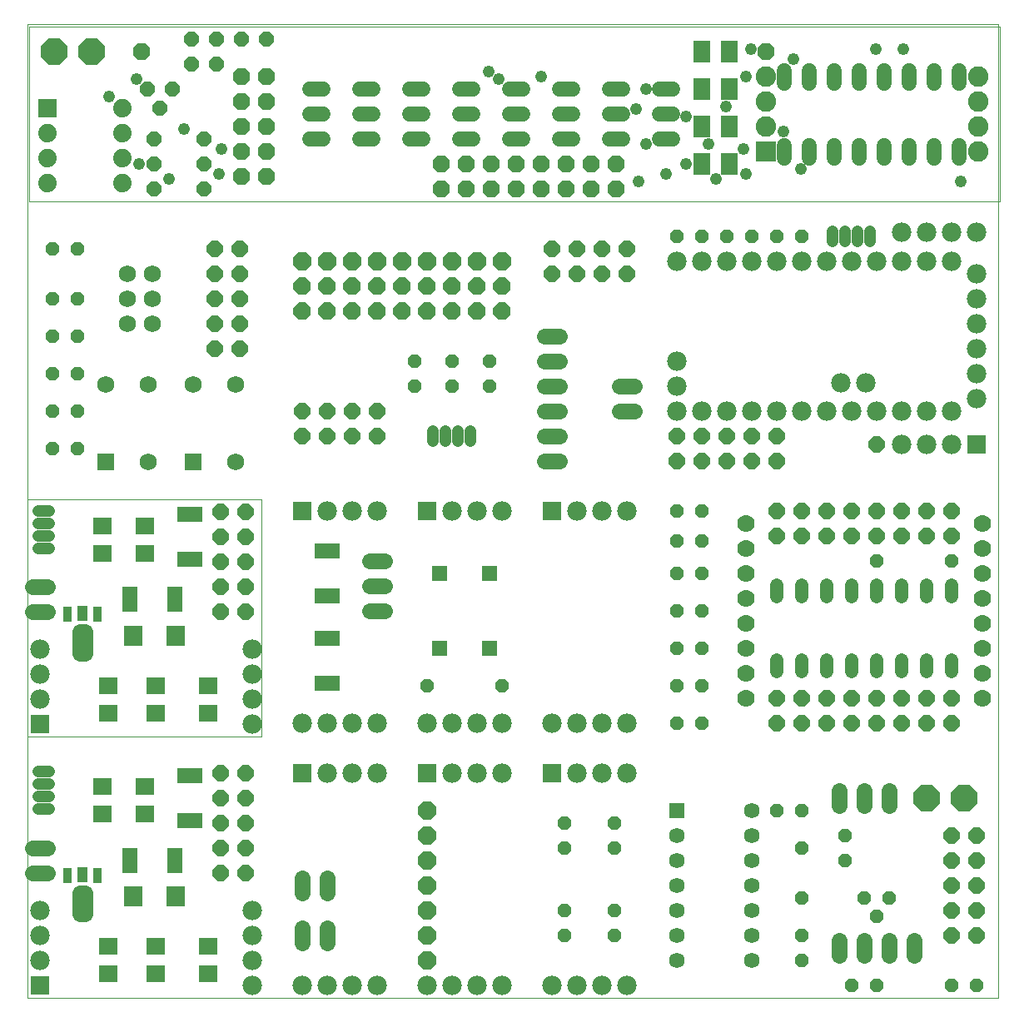
<source format=gbs>
G04 This is an RS-274x file exported by *
G04 gerbv version 2.6.1 *
G04 More information is available about gerbv at *
G04 http://gerbv.geda-project.org/ *
G04 --End of header info--*
%MOIN*%
%FSLAX34Y34*%
%IPPOS*%
G04 --Define apertures--*
%ADD10C,0.0000*%
%ADD11R,0.0749X0.0670*%
%ADD12R,0.0740X0.0840*%
%ADD13R,0.0355X0.0591*%
%ADD14C,0.0630*%
%ADD15R,0.0394X0.0630*%
%AMMACRO16*
5,1,8,0.000000,0.000000,0.069273,22.500000*
%
%ADD16MACRO16*%
%ADD17C,0.0640*%
%ADD18R,0.0690X0.0690*%
%ADD19C,0.0690*%
%AMMACRO20*
5,1,8,0.000000,0.000000,0.056284,22.500000*
%
%ADD20MACRO20*%
%ADD21R,0.0625X0.0625*%
%ADD22C,0.0625*%
%AMMACRO23*
5,1,8,0.000000,0.000000,0.112569,22.500000*
%
%ADD23MACRO23*%
%ADD24C,0.0780*%
%ADD25C,0.0680*%
%AMMACRO26*
5,1,8,0.000000,0.000000,0.080097,22.500000*
%
%ADD26MACRO26*%
%AMMACRO27*
5,1,8,0.000000,0.000000,0.075767,22.500000*
%
%ADD27MACRO27*%
%ADD28C,0.0453*%
%ADD29C,0.0700*%
%ADD30C,0.0520*%
%ADD31R,0.0780X0.0780*%
%ADD32R,0.0631X0.0631*%
%ADD33R,0.0985X0.0631*%
%ADD34R,0.0631X0.0985*%
%AMMACRO35*
5,1,8,0.000000,0.000000,0.069273,22.500000*
%
%ADD35MACRO35*%
%ADD36R,0.0740X0.0740*%
%ADD37C,0.0740*%
%AMMACRO38*
5,1,8,0.000000,0.000000,0.064943,22.500000*
%
%ADD38MACRO38*%
%AMMACRO39*
5,1,8,0.000000,0.000000,0.116898,22.500000*
%
%ADD39MACRO39*%
%AMMACRO40*
5,1,8,0.000000,0.000000,0.073603,22.500000*
%
%ADD40MACRO40*%
%ADD41C,0.0820*%
%ADD42R,0.0820X0.0820*%
%ADD43C,0.0600*%
%ADD44R,0.0710X0.0867*%
%ADD45C,0.0480*%
G04 --Start main section--*
G54D10*
G01X0000535Y0000450D02*
G01X0000535Y0039446D01*
G01X0000535Y0039446D02*
G01X0039405Y0039446D01*
G01X0039405Y0039446D02*
G01X0039405Y0000450D01*
G01X0039405Y0000450D02*
G01X0000535Y0000450D01*
G54D11*
G01X0003785Y0001399D03*
G01X0003785Y0002501D03*
G01X0005685Y0002501D03*
G01X0005685Y0001399D03*
G01X0007785Y0001399D03*
G01X0007785Y0002501D03*
G01X0005235Y0007799D03*
G01X0005235Y0008901D03*
G01X0003535Y0008901D03*
G01X0003535Y0007799D03*
G54D12*
G01X0004785Y0004500D03*
G01X0006485Y0004500D03*
G54D13*
G01X0003335Y0005350D03*
G01X0002135Y0005350D03*
G54D14*
G01X0002630Y0003807D02*
G01X0002840Y0003807D01*
G01X0002630Y0003807D02*
G01X0002630Y0004653D01*
G01X0002630Y0004653D02*
G01X0002840Y0004653D01*
G01X0002840Y0004653D02*
G01X0002840Y0003807D01*
G01X0002840Y0004436D02*
G01X0002630Y0004436D01*
G54D15*
G01X0002735Y0005380D03*
G54D16*
G01X0008285Y0005450D03*
G01X0008285Y0006450D03*
G01X0008285Y0007450D03*
G01X0008285Y0008450D03*
G01X0008285Y0009450D03*
G01X0009285Y0009450D03*
G01X0009285Y0008450D03*
G01X0009285Y0007450D03*
G01X0009285Y0006450D03*
G01X0009285Y0005450D03*
G01X0026535Y0021950D03*
G01X0027535Y0021950D03*
G01X0027535Y0022950D03*
G01X0026535Y0022950D03*
G01X0028535Y0022950D03*
G01X0029535Y0022950D03*
G01X0029535Y0021950D03*
G01X0028535Y0021950D03*
G01X0030535Y0021950D03*
G01X0030535Y0022950D03*
G01X0030535Y0019950D03*
G01X0031535Y0019950D03*
G01X0031535Y0018950D03*
G01X0030535Y0018950D03*
G01X0032535Y0018950D03*
G01X0033535Y0018950D03*
G01X0033535Y0019950D03*
G01X0032535Y0019950D03*
G01X0034535Y0019950D03*
G01X0035535Y0019950D03*
G01X0035535Y0018950D03*
G01X0034535Y0018950D03*
G01X0036535Y0018950D03*
G01X0037535Y0018950D03*
G01X0037535Y0019950D03*
G01X0036535Y0019950D03*
G01X0034535Y0022600D03*
G01X0024535Y0029450D03*
G01X0024535Y0030450D03*
G01X0023535Y0030450D03*
G01X0022535Y0030450D03*
G01X0022535Y0029450D03*
G01X0023535Y0029450D03*
G01X0021535Y0029450D03*
G01X0021535Y0030450D03*
G01X0014535Y0023950D03*
G01X0014535Y0022950D03*
G01X0013535Y0022950D03*
G01X0012535Y0022950D03*
G01X0012535Y0023950D03*
G01X0013535Y0023950D03*
G01X0011535Y0023950D03*
G01X0011535Y0022950D03*
G01X0009035Y0026450D03*
G01X0008035Y0026450D03*
G01X0008035Y0027450D03*
G01X0008035Y0028450D03*
G01X0009035Y0028450D03*
G01X0009035Y0027450D03*
G01X0009035Y0029450D03*
G01X0008035Y0029450D03*
G01X0008035Y0030450D03*
G01X0009035Y0030450D03*
G01X0030535Y0012450D03*
G01X0031535Y0012450D03*
G01X0031535Y0011450D03*
G01X0030535Y0011450D03*
G01X0032535Y0011450D03*
G01X0033535Y0011450D03*
G01X0033535Y0012450D03*
G01X0032535Y0012450D03*
G01X0034535Y0012450D03*
G01X0035535Y0012450D03*
G01X0035535Y0011450D03*
G01X0034535Y0011450D03*
G01X0036535Y0011450D03*
G01X0037535Y0011450D03*
G01X0037535Y0012450D03*
G01X0036535Y0012450D03*
G01X0037535Y0006950D03*
G01X0037535Y0005950D03*
G01X0037535Y0004950D03*
G01X0037535Y0003950D03*
G01X0037535Y0002950D03*
G01X0038535Y0002950D03*
G01X0038535Y0003950D03*
G01X0038535Y0004950D03*
G01X0038535Y0005950D03*
G01X0038535Y0006950D03*
G54D17*
G01X0035035Y0008150D02*
G01X0035035Y0008750D01*
G01X0034035Y0008750D02*
G01X0034035Y0008150D01*
G01X0033035Y0008150D02*
G01X0033035Y0008750D01*
G01X0033035Y0002750D02*
G01X0033035Y0002150D01*
G01X0034035Y0002150D02*
G01X0034035Y0002750D01*
G01X0035035Y0002750D02*
G01X0035035Y0002150D01*
G01X0036035Y0002150D02*
G01X0036035Y0002750D01*
G01X0021835Y0021950D02*
G01X0021235Y0021950D01*
G01X0021235Y0022950D02*
G01X0021835Y0022950D01*
G01X0021835Y0023950D02*
G01X0021235Y0023950D01*
G01X0021235Y0024950D02*
G01X0021835Y0024950D01*
G01X0021835Y0025950D02*
G01X0021235Y0025950D01*
G01X0021235Y0026950D02*
G01X0021835Y0026950D01*
G01X0024235Y0024950D02*
G01X0024835Y0024950D01*
G01X0024835Y0023950D02*
G01X0024235Y0023950D01*
G01X0014835Y0017950D02*
G01X0014235Y0017950D01*
G01X0014235Y0016950D02*
G01X0014835Y0016950D01*
G01X0014835Y0015950D02*
G01X0014235Y0015950D01*
G01X0012535Y0005250D02*
G01X0012535Y0004650D01*
G01X0011535Y0004650D02*
G01X0011535Y0005250D01*
G01X0011535Y0003250D02*
G01X0011535Y0002650D01*
G01X0012535Y0002650D02*
G01X0012535Y0003250D01*
G01X0001335Y0005450D02*
G01X0000735Y0005450D01*
G01X0000735Y0006450D02*
G01X0001335Y0006450D01*
G54D18*
G01X0003685Y0021900D03*
G01X0007185Y0021900D03*
G54D19*
G01X0005385Y0021900D03*
G01X0005385Y0025000D03*
G01X0003685Y0025000D03*
G01X0007185Y0025000D03*
G01X0008885Y0025000D03*
G01X0008885Y0021900D03*
G54D20*
G01X0002535Y0022450D03*
G01X0001535Y0022450D03*
G01X0001535Y0023950D03*
G01X0002535Y0023950D03*
G01X0002535Y0025450D03*
G01X0001535Y0025450D03*
G01X0001535Y0026950D03*
G01X0002535Y0026950D03*
G01X0002535Y0028450D03*
G01X0001535Y0028450D03*
G01X0001535Y0030450D03*
G01X0002535Y0030450D03*
G01X0016035Y0025950D03*
G01X0016035Y0024950D03*
G01X0017535Y0024950D03*
G01X0017535Y0025950D03*
G01X0019035Y0025950D03*
G01X0019035Y0024950D03*
G01X0026535Y0019950D03*
G01X0027535Y0019950D03*
G01X0027535Y0018750D03*
G01X0026535Y0018750D03*
G01X0026535Y0017450D03*
G01X0027535Y0017450D03*
G01X0027535Y0015950D03*
G01X0026535Y0015950D03*
G01X0026535Y0014450D03*
G01X0027535Y0014450D03*
G01X0027535Y0012950D03*
G01X0026535Y0012950D03*
G01X0026535Y0011450D03*
G01X0027535Y0011450D03*
G01X0030535Y0007950D03*
G01X0031535Y0007950D03*
G01X0031535Y0006450D03*
G01X0033285Y0005950D03*
G01X0033285Y0006950D03*
G01X0034035Y0004450D03*
G01X0034535Y0003700D03*
G01X0035035Y0004450D03*
G01X0031535Y0004450D03*
G01X0031535Y0002950D03*
G01X0031535Y0001950D03*
G01X0033535Y0000950D03*
G01X0034535Y0000950D03*
G01X0037535Y0000950D03*
G01X0038535Y0000950D03*
G01X0024035Y0002950D03*
G01X0024035Y0003950D03*
G01X0022035Y0003950D03*
G01X0022035Y0002950D03*
G01X0022035Y0006450D03*
G01X0022035Y0007450D03*
G01X0024035Y0007450D03*
G01X0024035Y0006450D03*
G01X0019535Y0012950D03*
G01X0016535Y0012950D03*
G01X0034535Y0017950D03*
G01X0037535Y0017950D03*
G01X0031535Y0030950D03*
G01X0030535Y0030950D03*
G01X0029535Y0030950D03*
G01X0028535Y0030950D03*
G01X0027535Y0030950D03*
G01X0026535Y0030950D03*
G54D21*
G01X0026535Y0007950D03*
G54D22*
G01X0026535Y0006950D03*
G01X0026535Y0005950D03*
G01X0026535Y0004950D03*
G01X0026535Y0003950D03*
G01X0026535Y0002950D03*
G01X0026535Y0001950D03*
G01X0029535Y0001950D03*
G01X0029535Y0002950D03*
G01X0029535Y0003950D03*
G01X0029535Y0004950D03*
G01X0029535Y0005950D03*
G01X0029535Y0006950D03*
G01X0029535Y0007950D03*
G54D23*
G01X0036535Y0008450D03*
G01X0038035Y0008450D03*
G54D24*
G01X0024535Y0009450D03*
G01X0023535Y0009450D03*
G01X0022535Y0009450D03*
G01X0022535Y0011450D03*
G01X0023535Y0011450D03*
G01X0024535Y0011450D03*
G01X0021535Y0011450D03*
G01X0019535Y0011450D03*
G01X0018535Y0011450D03*
G01X0017535Y0011450D03*
G01X0016535Y0011450D03*
G01X0014535Y0011450D03*
G01X0013535Y0011450D03*
G01X0012535Y0011450D03*
G01X0011535Y0011450D03*
G01X0012535Y0009450D03*
G01X0013535Y0009450D03*
G01X0014535Y0009450D03*
G01X0017535Y0009450D03*
G01X0018535Y0009450D03*
G01X0019535Y0009450D03*
G01X0019535Y0000950D03*
G01X0018535Y0000950D03*
G01X0017535Y0000950D03*
G01X0016535Y0000950D03*
G01X0014535Y0000950D03*
G01X0013535Y0000950D03*
G01X0012535Y0000950D03*
G01X0011535Y0000950D03*
G01X0009535Y0000950D03*
G01X0009535Y0001950D03*
G01X0009535Y0002950D03*
G01X0009535Y0003950D03*
G01X0001035Y0003950D03*
G01X0001035Y0002950D03*
G01X0001035Y0001950D03*
G01X0012535Y0019950D03*
G01X0013535Y0019950D03*
G01X0014535Y0019950D03*
G01X0017535Y0019950D03*
G01X0018535Y0019950D03*
G01X0019535Y0019950D03*
G01X0022535Y0019950D03*
G01X0023535Y0019950D03*
G01X0024535Y0019950D03*
G01X0026535Y0023950D03*
G01X0027535Y0023950D03*
G01X0028535Y0023950D03*
G01X0029535Y0023950D03*
G01X0030535Y0023950D03*
G01X0031535Y0023950D03*
G01X0032535Y0023950D03*
G01X0033535Y0023950D03*
G01X0034535Y0023950D03*
G01X0035535Y0023950D03*
G01X0036535Y0023950D03*
G01X0037535Y0023950D03*
G01X0038535Y0024450D03*
G01X0038535Y0025450D03*
G01X0038535Y0026450D03*
G01X0038535Y0027450D03*
G01X0038535Y0028450D03*
G01X0038535Y0029450D03*
G01X0037535Y0029950D03*
G01X0036535Y0029950D03*
G01X0035535Y0029950D03*
G01X0034535Y0029950D03*
G01X0033535Y0029950D03*
G01X0032535Y0029950D03*
G01X0031535Y0029950D03*
G01X0030535Y0029950D03*
G01X0029535Y0029950D03*
G01X0028535Y0029950D03*
G01X0027535Y0029950D03*
G01X0026535Y0029950D03*
G01X0026535Y0025950D03*
G01X0026535Y0024950D03*
G01X0033098Y0025075D03*
G01X0034098Y0025075D03*
G01X0035535Y0022600D03*
G01X0036535Y0022600D03*
G01X0037535Y0022600D03*
G01X0037535Y0031100D03*
G01X0036535Y0031100D03*
G01X0035535Y0031100D03*
G01X0038535Y0031100D03*
G01X0024535Y0000950D03*
G01X0023535Y0000950D03*
G01X0022535Y0000950D03*
G01X0021535Y0000950D03*
G54D25*
G01X0005535Y0027450D03*
G01X0004535Y0027450D03*
G01X0004535Y0028450D03*
G01X0005535Y0028450D03*
G01X0005535Y0029450D03*
G01X0004535Y0029450D03*
G54D26*
G01X0011535Y0029950D03*
G01X0012535Y0029950D03*
G01X0013535Y0029950D03*
G01X0014535Y0029950D03*
G01X0015535Y0029950D03*
G01X0016535Y0029950D03*
G01X0017535Y0029950D03*
G01X0018535Y0029950D03*
G01X0019535Y0029950D03*
G01X0016535Y0007950D03*
G01X0016535Y0006950D03*
G01X0016535Y0005950D03*
G01X0016535Y0004950D03*
G01X0016535Y0003950D03*
G01X0016535Y0002950D03*
G01X0016535Y0001950D03*
G01X0016535Y0000950D03*
G54D27*
G01X0016535Y0027950D03*
G01X0017535Y0027950D03*
G01X0017535Y0028950D03*
G01X0016535Y0028950D03*
G01X0015535Y0028950D03*
G01X0014535Y0028950D03*
G01X0013535Y0028950D03*
G01X0012535Y0028950D03*
G01X0011535Y0028950D03*
G01X0011535Y0027950D03*
G01X0012535Y0027950D03*
G01X0013535Y0027950D03*
G01X0014535Y0027950D03*
G01X0015535Y0027950D03*
G01X0018535Y0027950D03*
G01X0019535Y0027950D03*
G01X0019535Y0028950D03*
G01X0018535Y0028950D03*
G54D28*
G01X0018285Y0023157D02*
G01X0018285Y0022743D01*
G01X0017785Y0022743D02*
G01X0017785Y0023157D01*
G01X0017285Y0023157D02*
G01X0017285Y0022743D01*
G01X0016785Y0022743D02*
G01X0016785Y0023157D01*
G01X0001392Y0009500D02*
G01X0000978Y0009500D01*
G01X0000978Y0009000D02*
G01X0001392Y0009000D01*
G01X0001392Y0008500D02*
G01X0000978Y0008500D01*
G01X0000978Y0008000D02*
G01X0001392Y0008000D01*
G01X0032785Y0030743D02*
G01X0032785Y0031157D01*
G01X0033285Y0031157D02*
G01X0033285Y0030743D01*
G01X0033785Y0030743D02*
G01X0033785Y0031157D01*
G01X0034285Y0031157D02*
G01X0034285Y0030743D01*
G54D29*
G01X0038759Y0019450D03*
G01X0038759Y0018450D03*
G01X0038759Y0017450D03*
G01X0038759Y0016450D03*
G01X0038759Y0015450D03*
G01X0038759Y0014450D03*
G01X0038759Y0013450D03*
G01X0038759Y0012450D03*
G01X0029311Y0012450D03*
G01X0029311Y0013450D03*
G01X0029311Y0014450D03*
G01X0029311Y0015450D03*
G01X0029311Y0016450D03*
G01X0029311Y0017450D03*
G01X0029311Y0018450D03*
G01X0029311Y0019450D03*
G54D30*
G01X0030535Y0016990D02*
G01X0030535Y0016510D01*
G01X0031535Y0016510D02*
G01X0031535Y0016990D01*
G01X0032535Y0016990D02*
G01X0032535Y0016510D01*
G01X0033535Y0016510D02*
G01X0033535Y0016990D01*
G01X0034535Y0016990D02*
G01X0034535Y0016510D01*
G01X0035535Y0016510D02*
G01X0035535Y0016990D01*
G01X0036535Y0016990D02*
G01X0036535Y0016510D01*
G01X0037535Y0016510D02*
G01X0037535Y0016990D01*
G01X0037535Y0013990D02*
G01X0037535Y0013510D01*
G01X0036535Y0013510D02*
G01X0036535Y0013990D01*
G01X0035535Y0013990D02*
G01X0035535Y0013510D01*
G01X0034535Y0013510D02*
G01X0034535Y0013990D01*
G01X0033535Y0013990D02*
G01X0033535Y0013510D01*
G01X0032535Y0013510D02*
G01X0032535Y0013990D01*
G01X0031535Y0013990D02*
G01X0031535Y0013510D01*
G01X0030535Y0013510D02*
G01X0030535Y0013990D01*
G54D31*
G01X0038535Y0022600D03*
G01X0021535Y0019950D03*
G01X0016535Y0019950D03*
G01X0011535Y0019950D03*
G01X0011535Y0009450D03*
G01X0016535Y0009450D03*
G01X0021535Y0009450D03*
G01X0001035Y0000950D03*
G54D32*
G01X0017035Y0014450D03*
G01X0019035Y0014450D03*
G01X0019035Y0017450D03*
G01X0017035Y0017450D03*
G54D33*
G01X0012535Y0016544D03*
G01X0012535Y0014856D03*
G01X0012535Y0013044D03*
G01X0012535Y0018356D03*
G01X0007035Y0009356D03*
G01X0007035Y0007544D03*
G54D34*
G01X0006441Y0005950D03*
G01X0004630Y0005950D03*
G01X0000000Y0010600D02*
G54D10*
G01X0000535Y0010900D02*
G01X0000535Y0020396D01*
G01X0000535Y0020396D02*
G01X0009905Y0020396D01*
G01X0009905Y0020396D02*
G01X0009905Y0010900D01*
G01X0009905Y0010900D02*
G01X0000535Y0010900D01*
G54D11*
G01X0003785Y0011849D03*
G01X0003785Y0012951D03*
G01X0005685Y0012951D03*
G01X0005685Y0011849D03*
G01X0007785Y0011849D03*
G01X0007785Y0012951D03*
G01X0005235Y0018249D03*
G01X0005235Y0019351D03*
G01X0003535Y0019351D03*
G01X0003535Y0018249D03*
G54D12*
G01X0004785Y0014950D03*
G01X0006485Y0014950D03*
G54D13*
G01X0003335Y0015800D03*
G01X0002135Y0015800D03*
G54D14*
G01X0002630Y0014257D02*
G01X0002840Y0014257D01*
G01X0002630Y0014257D02*
G01X0002630Y0015103D01*
G01X0002630Y0015103D02*
G01X0002840Y0015103D01*
G01X0002840Y0015103D02*
G01X0002840Y0014257D01*
G01X0002840Y0014886D02*
G01X0002630Y0014886D01*
G54D15*
G01X0002735Y0015830D03*
G54D35*
G01X0008285Y0015900D03*
G01X0009285Y0015900D03*
G01X0009285Y0016900D03*
G01X0008285Y0016900D03*
G01X0008285Y0017900D03*
G01X0009285Y0017900D03*
G01X0009285Y0018900D03*
G01X0008285Y0018900D03*
G01X0008285Y0019900D03*
G01X0009285Y0019900D03*
G54D17*
G01X0001335Y0016900D02*
G01X0000735Y0016900D01*
G01X0000735Y0015900D02*
G01X0001335Y0015900D01*
G54D28*
G01X0001392Y0018450D02*
G01X0000978Y0018450D01*
G01X0000978Y0018950D02*
G01X0001392Y0018950D01*
G01X0001392Y0019450D02*
G01X0000978Y0019450D01*
G01X0000978Y0019950D02*
G01X0001392Y0019950D01*
G54D24*
G01X0001035Y0014400D03*
G01X0001035Y0013400D03*
G01X0001035Y0012400D03*
G01X0009535Y0012400D03*
G01X0009535Y0011400D03*
G01X0009535Y0013400D03*
G01X0009535Y0014400D03*
G54D31*
G01X0001035Y0011400D03*
G54D33*
G01X0007035Y0017994D03*
G01X0007035Y0019806D03*
G54D34*
G01X0006441Y0016400D03*
G01X0004630Y0016400D03*
G01X0000500Y0032200D02*
G54D10*
G01X0000600Y0032330D02*
G01X0000600Y0039326D01*
G01X0000600Y0039326D02*
G01X0039470Y0039326D01*
G01X0039470Y0039326D02*
G01X0039470Y0032330D01*
G01X0039470Y0032330D02*
G01X0000600Y0032330D01*
G54D36*
G01X0001350Y0036080D03*
G54D37*
G01X0004350Y0036080D03*
G01X0004350Y0035080D03*
G01X0001350Y0035080D03*
G01X0001350Y0034080D03*
G01X0004350Y0034080D03*
G01X0004350Y0033080D03*
G01X0001350Y0033080D03*
G54D38*
G01X0005600Y0032830D03*
G01X0007600Y0032830D03*
G01X0007600Y0033830D03*
G01X0005600Y0033830D03*
G01X0005600Y0034830D03*
G01X0007600Y0034830D03*
G01X0005850Y0036080D03*
G01X0005350Y0036830D03*
G01X0006350Y0036830D03*
G01X0007100Y0037830D03*
G01X0008100Y0037830D03*
G01X0008100Y0038830D03*
G01X0007100Y0038830D03*
G01X0009100Y0038830D03*
G01X0010100Y0038830D03*
G54D39*
G01X0003100Y0038330D03*
G01X0001600Y0038330D03*
G54D40*
G01X0005100Y0038330D03*
G01X0009100Y0037330D03*
G01X0010100Y0037330D03*
G01X0010100Y0036330D03*
G01X0009100Y0036330D03*
G01X0009100Y0035330D03*
G01X0010100Y0035330D03*
G01X0010100Y0034330D03*
G01X0009100Y0034330D03*
G01X0009100Y0033330D03*
G01X0010100Y0033330D03*
G01X0017100Y0032830D03*
G01X0018100Y0032830D03*
G01X0019100Y0032830D03*
G01X0020100Y0032830D03*
G01X0021100Y0032830D03*
G01X0022100Y0032830D03*
G01X0023100Y0032830D03*
G01X0024100Y0032830D03*
G01X0024100Y0033830D03*
G01X0023100Y0033830D03*
G01X0022100Y0033830D03*
G01X0021100Y0033830D03*
G01X0020100Y0033830D03*
G01X0019100Y0033830D03*
G01X0018100Y0033830D03*
G01X0017100Y0033830D03*
G01X0030100Y0038330D03*
G54D41*
G01X0030100Y0037330D03*
G01X0030100Y0036330D03*
G01X0030100Y0035330D03*
G01X0038600Y0035330D03*
G01X0038600Y0034330D03*
G01X0038600Y0036330D03*
G01X0038600Y0037330D03*
G54D42*
G01X0030100Y0034330D03*
G54D43*
G01X0030850Y0034070D02*
G01X0030850Y0034590D01*
G01X0031850Y0034590D02*
G01X0031850Y0034070D01*
G01X0032850Y0034070D02*
G01X0032850Y0034590D01*
G01X0033850Y0034590D02*
G01X0033850Y0034070D01*
G01X0034850Y0034070D02*
G01X0034850Y0034590D01*
G01X0035850Y0034590D02*
G01X0035850Y0034070D01*
G01X0036850Y0034070D02*
G01X0036850Y0034590D01*
G01X0037850Y0034590D02*
G01X0037850Y0034070D01*
G01X0026360Y0034830D02*
G01X0025840Y0034830D01*
G01X0024360Y0034830D02*
G01X0023840Y0034830D01*
G01X0022360Y0034830D02*
G01X0021840Y0034830D01*
G01X0020360Y0034830D02*
G01X0019840Y0034830D01*
G01X0018360Y0034830D02*
G01X0017840Y0034830D01*
G01X0016360Y0034830D02*
G01X0015840Y0034830D01*
G01X0014360Y0034830D02*
G01X0013840Y0034830D01*
G01X0012360Y0034830D02*
G01X0011840Y0034830D01*
G01X0011840Y0035830D02*
G01X0012360Y0035830D01*
G01X0013840Y0035830D02*
G01X0014360Y0035830D01*
G01X0015840Y0035830D02*
G01X0016360Y0035830D01*
G01X0017840Y0035830D02*
G01X0018360Y0035830D01*
G01X0019840Y0035830D02*
G01X0020360Y0035830D01*
G01X0021840Y0035830D02*
G01X0022360Y0035830D01*
G01X0023840Y0035830D02*
G01X0024360Y0035830D01*
G01X0025840Y0035830D02*
G01X0026360Y0035830D01*
G01X0026360Y0036830D02*
G01X0025840Y0036830D01*
G01X0024360Y0036830D02*
G01X0023840Y0036830D01*
G01X0022360Y0036830D02*
G01X0021840Y0036830D01*
G01X0020360Y0036830D02*
G01X0019840Y0036830D01*
G01X0018360Y0036830D02*
G01X0017840Y0036830D01*
G01X0016360Y0036830D02*
G01X0015840Y0036830D01*
G01X0014360Y0036830D02*
G01X0013840Y0036830D01*
G01X0012360Y0036830D02*
G01X0011840Y0036830D01*
G01X0030850Y0037070D02*
G01X0030850Y0037590D01*
G01X0031850Y0037590D02*
G01X0031850Y0037070D01*
G01X0032850Y0037070D02*
G01X0032850Y0037590D01*
G01X0033850Y0037590D02*
G01X0033850Y0037070D01*
G01X0034850Y0037070D02*
G01X0034850Y0037590D01*
G01X0035850Y0037590D02*
G01X0035850Y0037070D01*
G01X0036850Y0037070D02*
G01X0036850Y0037590D01*
G01X0037850Y0037590D02*
G01X0037850Y0037070D01*
G54D44*
G01X0028651Y0036830D03*
G01X0027549Y0036830D03*
G01X0027549Y0038330D03*
G01X0028651Y0038330D03*
G01X0028651Y0035330D03*
G01X0027549Y0035330D03*
G01X0027549Y0033830D03*
G01X0028651Y0033830D03*
G54D45*
G01X0029300Y0033430D03*
G01X0028100Y0033230D03*
G01X0026100Y0033430D03*
G01X0025000Y0033130D03*
G01X0026900Y0033830D03*
G01X0029200Y0034430D03*
G01X0027800Y0034630D03*
G01X0025300Y0034630D03*
G01X0026900Y0035730D03*
G01X0028500Y0036130D03*
G01X0024900Y0036030D03*
G01X0025300Y0036830D03*
G01X0029300Y0037330D03*
G01X0031200Y0038030D03*
G01X0029500Y0038430D03*
G01X0034500Y0038430D03*
G01X0035600Y0038430D03*
G01X0021100Y0037330D03*
G01X0019400Y0037230D03*
G01X0019000Y0037530D03*
G01X0006800Y0035230D03*
G01X0008300Y0034430D03*
G01X0005000Y0033830D03*
G01X0006200Y0033230D03*
G01X0008200Y0033430D03*
G01X0003800Y0036530D03*
G01X0004900Y0037230D03*
G01X0030800Y0035130D03*
G01X0031500Y0033630D03*
G01X0037900Y0033130D03*
M02*

</source>
